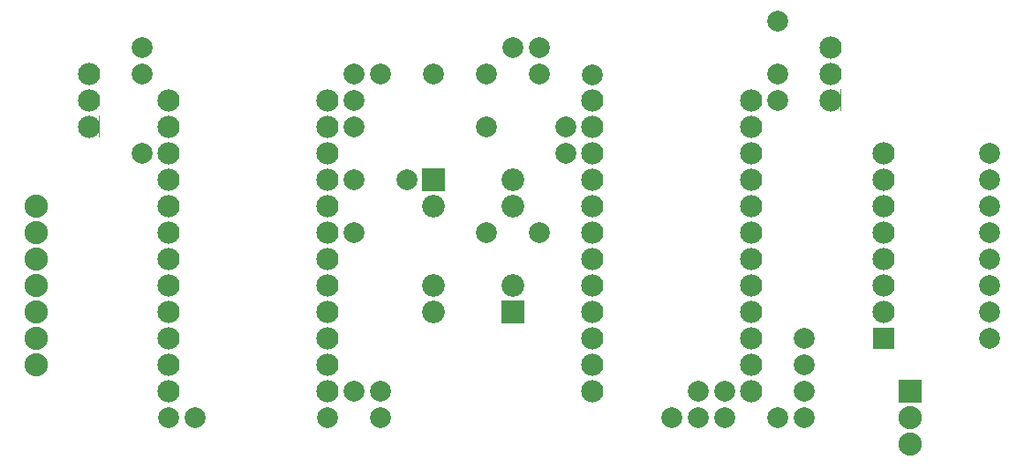
<source format=gbr>
G04*
G04 GERBER (RE)GENERATED BY FLATCAM v8.994 - www.flatcam.org - Version Date: 2020/11/7*
G04 Filename: PCB_maskTop.gts_edit_2*
G04 Created on : Wednesday, 24 March 2021 at 08:24*
G04*
G04 RS-274X GERBER GENERATED BY FLATCAM v8.994 - www.flatcam.org - Version Date: 2020/11/7*
G04 Filename: PCB_maskTop.gts_edit_2*
G04 Created on : Wednesday, 24 March 2021 at 08:24*
%FSLAX24Y24*%
%MOIN*%
%ADD10C,0.083999832*%
%ADD11C,0.087999824*%
%ADD12C,0.085666828666*%
%ADD13C,0.08569482860999998*%
%ADD14C,0.04936990126*%
%ADD15R,0.087999824X0.087999824*%
%ADD16R,0.085666828666X0.085666828666*%
%ADD17R,0.083999832X0.083999832*%
%ADD18R,0.000999998X0.000999998*%
%ADD19C,0.07874*%

G70*
G90*
G01*
%LPD*%
D10*
X22610Y15210D03*
X22610Y14210D03*
X22610Y13210D03*
X22610Y12210D03*
X22610Y11210D03*
X22610Y10210D03*
X22610Y09210D03*
X22610Y08210D03*
X22610Y07210D03*
X22610Y06210D03*
X22610Y05210D03*
X22610Y04210D03*
X28610Y04210D03*
X28610Y05210D03*
X28610Y06210D03*
X28610Y07210D03*
X28610Y08210D03*
X28610Y09210D03*
X28610Y10210D03*
X28610Y11210D03*
X28610Y12210D03*
X28610Y13210D03*
X28610Y14210D03*
X28610Y15210D03*
X22610Y15210D03*
X22610Y14210D03*
X22610Y13210D03*
X22610Y12210D03*
X22610Y11210D03*
X22610Y10210D03*
X22610Y09210D03*
X22610Y08210D03*
X22610Y07210D03*
X22610Y06210D03*
X22610Y05210D03*
X22610Y04210D03*
X28610Y04210D03*
X28610Y05210D03*
X28610Y06210D03*
X28610Y07210D03*
X28610Y08210D03*
X28610Y09210D03*
X28610Y10210D03*
X28610Y11210D03*
X28610Y12210D03*
X28610Y13210D03*
X28610Y14210D03*
X28610Y15210D03*
X03610Y14210D03*
X03610Y15210D03*
X03610Y16210D03*
X03610Y14210D03*
X03610Y15210D03*
X03610Y16210D03*
X31610Y15210D03*
X31610Y16210D03*
X31610Y17210D03*
X31610Y15210D03*
X31610Y16210D03*
X31610Y17210D03*
X06610Y15210D03*
X06610Y14210D03*
X06610Y13210D03*
X06610Y12210D03*
X06610Y11210D03*
X06610Y10210D03*
X06610Y09210D03*
X06610Y08210D03*
X06610Y07210D03*
X06610Y06210D03*
X06610Y05210D03*
X06610Y04210D03*
X12610Y04210D03*
X12610Y05210D03*
X12610Y06210D03*
X12610Y07210D03*
X12610Y08210D03*
X12610Y09210D03*
X12610Y10210D03*
X12610Y11210D03*
X12610Y12210D03*
X12610Y13210D03*
X12610Y14210D03*
X12610Y15210D03*
X06610Y15210D03*
X06610Y14210D03*
X06610Y13210D03*
X06610Y12210D03*
X06610Y11210D03*
X06610Y10210D03*
X06610Y09210D03*
X06610Y08210D03*
X06610Y07210D03*
X06610Y06210D03*
X06610Y05210D03*
X06610Y04210D03*
X12610Y04210D03*
X12610Y05210D03*
X12610Y06210D03*
X12610Y07210D03*
X12610Y08210D03*
X12610Y09210D03*
X12610Y10210D03*
X12610Y11210D03*
X12610Y12210D03*
X12610Y13210D03*
X12610Y14210D03*
X12610Y15210D03*
X33610Y07210D03*
X33610Y08210D03*
X33610Y09210D03*
X33610Y10210D03*
X33610Y11210D03*
X33610Y12210D03*
X33610Y13210D03*
X33610Y07210D03*
X33610Y08210D03*
X33610Y09210D03*
X33610Y10210D03*
X33610Y11210D03*
X33610Y12210D03*
X33610Y13210D03*
D11*
X01610Y05210D03*
X01610Y06210D03*
X01610Y07210D03*
X01610Y08210D03*
X01610Y09210D03*
X01610Y10210D03*
X01610Y11210D03*
X34610Y04210D03*
X34610Y03210D03*
X34610Y02210D03*
D12*
X19610Y07210D03*
X16620Y07210D03*
X16610Y12210D03*
X19600Y12210D03*
D13*
X19610Y08210D03*
X16610Y08210D03*
X16610Y11210D03*
X19610Y11210D03*
D14*
X15610Y12210D03*
X13610Y15210D03*
X05610Y13210D03*
X18610Y14220D03*
X13610Y14210D03*
X13610Y12210D03*
X07610Y03210D03*
X12610Y03210D03*
X06610Y03210D03*
X05610Y17210D03*
X13610Y04210D03*
X05610Y16210D03*
X21610Y13210D03*
X30610Y03210D03*
X29610Y03210D03*
X27610Y03210D03*
X30610Y06210D03*
X26610Y03210D03*
X25610Y03210D03*
X30610Y05210D03*
X30610Y04210D03*
X26610Y04210D03*
X27610Y04210D03*
X37610Y13210D03*
X37610Y07210D03*
X37610Y11210D03*
X37610Y10210D03*
X37610Y09210D03*
X37610Y06210D03*
X37610Y12210D03*
X37610Y08210D03*
X21610Y14210D03*
X20610Y10210D03*
X18610Y10210D03*
X14610Y03210D03*
X14610Y04210D03*
X20610Y16210D03*
X14610Y16210D03*
X13610Y16210D03*
X19610Y17210D03*
X20610Y17210D03*
X16610Y16210D03*
X18610Y16210D03*
X29610Y16210D03*
X29610Y15210D03*
X29610Y18210D03*
D15*
X34610Y04210D03*
D16*
X19610Y07210D03*
X16610Y12210D03*
D17*
X33610Y06210D03*
X33610Y06210D03*
D18*
X32020Y15630D03*
X32020Y15620D03*
X32020Y15610D03*
X32020Y15600D03*
X32020Y15590D03*
X32020Y15580D03*
X32020Y15570D03*
X32020Y15560D03*
X32020Y15550D03*
X32020Y15540D03*
X32020Y15530D03*
X32020Y15520D03*
X32020Y15510D03*
X32020Y15500D03*
X32020Y15490D03*
X32020Y15480D03*
X32020Y15470D03*
X32020Y15460D03*
X32020Y15450D03*
X32020Y15440D03*
X32020Y15430D03*
X32020Y15420D03*
X32020Y15410D03*
X32020Y15400D03*
X32020Y15390D03*
X32020Y15380D03*
X32020Y15370D03*
X31570Y15360D03*
X32020Y15360D03*
X31540Y15350D03*
X32020Y15350D03*
X31520Y15340D03*
X32020Y15340D03*
X31510Y15330D03*
X32020Y15330D03*
X31500Y15320D03*
X32020Y15320D03*
X31490Y15310D03*
X32020Y15310D03*
X31480Y15300D03*
X32020Y15300D03*
X31480Y15290D03*
X32020Y15290D03*
X31470Y15280D03*
X32020Y15280D03*
X31470Y15270D03*
X32020Y15270D03*
X31460Y15260D03*
X32020Y15260D03*
X31460Y15250D03*
X32020Y15250D03*
X31460Y15240D03*
X32020Y15240D03*
X31460Y15230D03*
X32020Y15230D03*
X31460Y15220D03*
X32020Y15220D03*
X31460Y15210D03*
X32020Y15210D03*
X31460Y15200D03*
X32020Y15200D03*
X31460Y15190D03*
X32020Y15190D03*
X31460Y15180D03*
X32020Y15180D03*
X31460Y15170D03*
X32020Y15170D03*
X31470Y15160D03*
X32020Y15160D03*
X31470Y15150D03*
X32020Y15150D03*
X31480Y15140D03*
X32020Y15140D03*
X31490Y15130D03*
X32020Y15130D03*
X31490Y15120D03*
X32020Y15120D03*
X31500Y15110D03*
X32020Y15110D03*
X31520Y15100D03*
X32020Y15100D03*
X31530Y15090D03*
X32020Y15090D03*
X31550Y15080D03*
X32020Y15080D03*
X32020Y15070D03*
X32020Y15060D03*
X32020Y15050D03*
X32020Y15040D03*
X32020Y15030D03*
X32020Y15020D03*
X32020Y15010D03*
X32020Y15000D03*
X32020Y14990D03*
X32020Y14980D03*
X32020Y14970D03*
X32020Y14960D03*
X32020Y14950D03*
X32020Y14940D03*
X32020Y14930D03*
X32020Y14920D03*
X32020Y14910D03*
X32020Y14900D03*
X32020Y14890D03*
X32020Y14880D03*
X32020Y14870D03*
X32020Y14860D03*
X32020Y14850D03*
X32020Y14840D03*
X32020Y14830D03*
X32020Y14820D03*
X32020Y14810D03*
X32020Y14800D03*
X04020Y14630D03*
X04020Y14620D03*
X04020Y14610D03*
X04020Y14600D03*
X04020Y14590D03*
X04020Y14580D03*
X04020Y14570D03*
X04020Y14560D03*
X04020Y14550D03*
X04020Y14540D03*
X04020Y14530D03*
X04020Y14520D03*
X04020Y14510D03*
X04020Y14500D03*
X04020Y14490D03*
X04020Y14480D03*
X04020Y14470D03*
X04020Y14460D03*
X04020Y14450D03*
X04020Y14440D03*
X04020Y14430D03*
X04020Y14420D03*
X04020Y14410D03*
X04020Y14400D03*
X04020Y14390D03*
X04020Y14380D03*
X04020Y14370D03*
X03570Y14360D03*
X04020Y14360D03*
X03540Y14350D03*
X04020Y14350D03*
X03520Y14340D03*
X04020Y14340D03*
X03510Y14330D03*
X04020Y14330D03*
X03500Y14320D03*
X04020Y14320D03*
X03490Y14310D03*
X04020Y14310D03*
X03480Y14300D03*
X04020Y14300D03*
X03480Y14290D03*
X04020Y14290D03*
X03470Y14280D03*
X04020Y14280D03*
X03470Y14270D03*
X04020Y14270D03*
X03460Y14260D03*
X04020Y14260D03*
X03460Y14250D03*
X04020Y14250D03*
X03460Y14240D03*
X04020Y14240D03*
X03460Y14230D03*
X04020Y14230D03*
X03460Y14220D03*
X04020Y14220D03*
X03460Y14210D03*
X04020Y14210D03*
X03460Y14200D03*
X04020Y14200D03*
X03460Y14190D03*
X04020Y14190D03*
X03460Y14180D03*
X04020Y14180D03*
X03460Y14170D03*
X04020Y14170D03*
X03470Y14160D03*
X04020Y14160D03*
X03470Y14150D03*
X04020Y14150D03*
X03480Y14140D03*
X04020Y14140D03*
X03490Y14130D03*
X04020Y14130D03*
X03490Y14120D03*
X04020Y14120D03*
X03500Y14110D03*
X04020Y14110D03*
X03520Y14100D03*
X04020Y14100D03*
X03530Y14090D03*
X04020Y14090D03*
X03550Y14080D03*
X04020Y14080D03*
X04020Y14070D03*
X04020Y14060D03*
X04020Y14050D03*
X04020Y14040D03*
X04020Y14030D03*
X04020Y14020D03*
X04020Y14010D03*
X04020Y14000D03*
X04020Y13990D03*
X04020Y13980D03*
X04020Y13970D03*
X04020Y13960D03*
X04020Y13950D03*
X04020Y13940D03*
X04020Y13930D03*
X04020Y13920D03*
X04020Y13910D03*
X04020Y13900D03*
X04020Y13890D03*
X04020Y13880D03*
X04020Y13870D03*
X04020Y13860D03*
X04020Y13850D03*
X04020Y13840D03*
X04020Y13830D03*
X04020Y13820D03*
X04020Y13810D03*
X04020Y13800D03*
D19*
X13607Y16210D03*
X14609Y16214D03*
X13612Y15208D03*
X13613Y14207D03*
X13608Y12210D03*
X15609Y12214D03*
X13611Y10206D03*
X13613Y04209D03*
X14613Y04212D03*
X14613Y03209D03*
X12607Y03209D03*
X06608Y03208D03*
X07610Y03212D03*
X05611Y13210D03*
X05612Y17210D03*
X05608Y16214D03*
X16613Y16211D03*
X18612Y16210D03*
X18610Y14219D03*
X18609Y10210D03*
X20610Y10210D03*
X19610Y17208D03*
X20612Y17206D03*
X20609Y16211D03*
X21611Y14207D03*
X21608Y13212D03*
X22608Y16189D03*
X29606Y18209D03*
X29609Y16210D03*
X29609Y15211D03*
X25610Y03210D03*
X27609Y04208D03*
X26611Y04208D03*
X26608Y03213D03*
X27608Y03210D03*
X30611Y06214D03*
X30610Y05210D03*
X30610Y04209D03*
X30609Y03211D03*
X29609Y03212D03*
X37607Y13209D03*
X37608Y12207D03*
X37609Y11209D03*
X37614Y10210D03*
X37609Y09210D03*
X37609Y08210D03*
X37609Y07210D03*
X37610Y06210D03*
M02*

</source>
